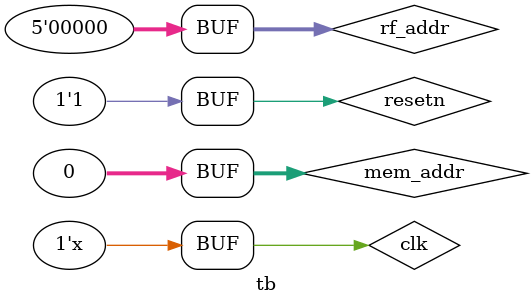
<source format=v>
`timescale 1ns / 1ps


module tb;

    // Inputs
    reg clk;
    reg resetn;
    reg [4:0] rf_addr;
    reg [31:0] mem_addr;

    // Outputs
    wire [31:0] rf_data;
    wire [31:0] mem_data;
    wire [31:0] IF_pc;
    wire [31:0] IF_inst;
    wire [31:0] ID_pc;
    wire [31:0] EXE_pc;
    wire [31:0] MEM_pc;
    wire [31:0] WB_pc;
    wire [31:0] display_state;
    wire [ 4:0] rs_addr;
    wire [ 4:0] rt_addr;
    wire [ 4:0] rd_addr;
    wire [ 31:0]test_rs_v;
    wire [ 31:0]test_rt_v;
    wire [ 31:0] test_alu_result;
    wire [ 31:0]test_dm_rdata;
    wire [ 31:0]test_dm_wdata;
    wire [ 63:0]test_IF_ID_bus_r;
    wire [ 31:0] test_rf_wdata;
    wire [31:0] test_IF_valid;
    wire [31:0] test_IF_over;
    // Instantiate the Unit Under Test (UUT)
    multi_cycle_cpu uut (
        .clk(clk), 
        .resetn(resetn), 
        .rf_addr(rf_addr), 
        .mem_addr(mem_addr), 
        .rf_data(rf_data), 
        .mem_data(mem_data), 
        .IF_pc(IF_pc), 
        .IF_inst(IF_inst), 
        .ID_pc(ID_pc), 
        .EXE_pc(EXE_pc), 
        .MEM_pc(MEM_pc), 
        .WB_pc(WB_pc), 
        .display_state(display_state),
        .rs_addr    (rs_addr),
        .rt_addr    (rt_addr),
        .rd_addr    (rd_addr),
        .test_rs_v  (test_rs_v),
        .test_rt_v  (test_rt_v),
        .test_alu_result(test_alu_result),
        .test_dm_rdata(test_dm_rdata),
        .test_dm_wdata(test_dm_wdata),
        .test_IF_ID_bus_r(test_IF_ID_bus_r),
        .test_rf_wdata( test_rf_wdata),
        .test_IF_valid(test_IF_valid),
        .test_IF_over(test_IF_over)
    );

    initial begin
        // Initialize Inputs
        clk = 0;
        resetn = 0;
        rf_addr = 0;
        mem_addr = 0;

        // Wait 100 ns for global reset to finish
        #100;
      resetn = 1;
        // Add stimulus here
    end
   always #5 clk=~clk;
endmodule


</source>
